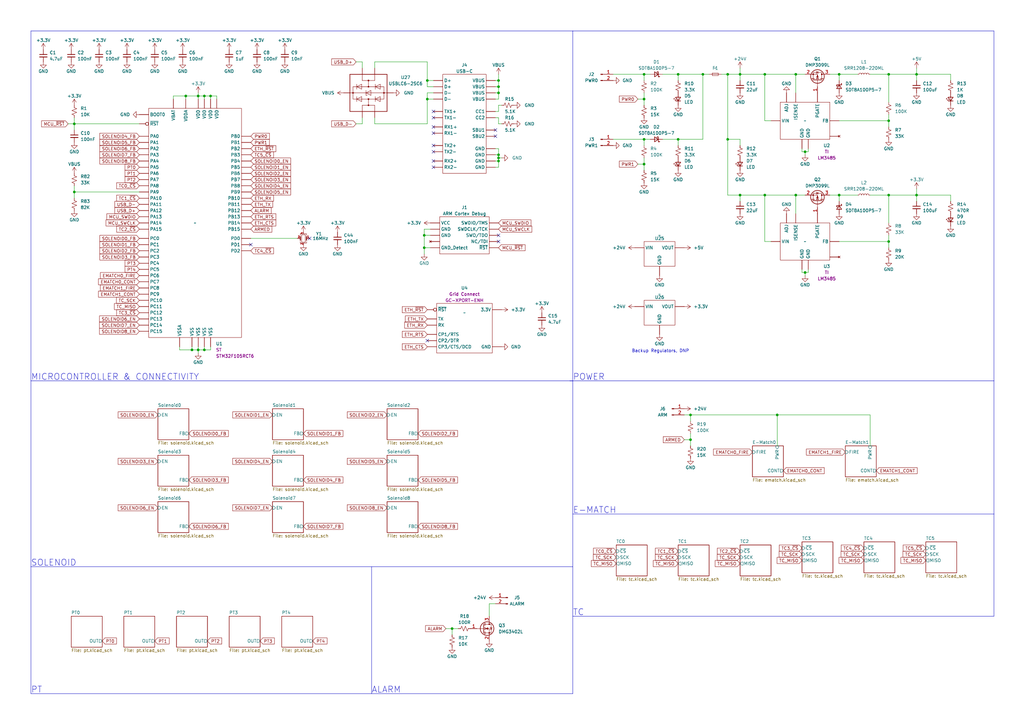
<source format=kicad_sch>
(kicad_sch (version 20230121) (generator eeschema)
  (paper "A3")
  (junction (at 86.36 39.37))
  (junction (at 344.17 30.48))
  (junction (at 204.47 33.02))
  (junction (at 364.49 99.06))
  (junction (at 326.39 30.48))
  (junction (at 364.49 80.01))
  (junction (at 81.28 39.37))
  (junction (at 364.49 30.48))
  (junction (at 175.26 33.02))
  (junction (at 283.21 180.34))
  (junction (at 298.45 30.48))
  (junction (at 278.13 30.48))
  (junction (at 204.47 64.77))
  (junction (at 375.92 30.48))
  (junction (at 81.28 143.51))
  (junction (at 344.17 80.01))
  (junction (at 264.16 40.64))
  (junction (at 204.47 38.1))
  (junction (at 30.48 50.8))
  (junction (at 264.16 57.15))
  (junction (at 283.21 170.18))
  (junction (at 76.2 39.37))
  (junction (at 264.16 67.31))
  (junction (at 303.53 30.48))
  (junction (at 298.45 57.15))
  (junction (at 83.82 39.37))
  (junction (at 288.29 30.48))
  (junction (at 173.99 101.6))
  (junction (at 30.48 78.74))
  (junction (at 264.16 30.48))
  (junction (at 175.26 40.64))
  (junction (at 303.53 80.01))
  (junction (at 204.47 35.56))
  (junction (at 204.47 66.04))
  (junction (at 364.49 49.53))
  (junction (at 185.42 257.81))
  (junction (at 83.82 143.51))
  (junction (at 313.69 80.01))
  (junction (at 173.99 96.52))
  (junction (at 330.2 111.76))
  (junction (at 326.39 80.01))
  (junction (at 313.69 30.48))
  (junction (at 204.47 63.5))
  (junction (at 78.74 143.51))
  (junction (at 318.77 170.18))
  (junction (at 375.92 80.01))
  (junction (at 330.2 62.23))
  (junction (at 278.13 57.15))
  (no_connect (at 177.8 45.72))
  (no_connect (at 177.8 48.26))
  (no_connect (at 175.26 139.7))
  (no_connect (at 204.47 96.52))
  (no_connect (at 177.8 54.61))
  (no_connect (at 177.8 59.69))
  (no_connect (at 177.8 62.23))
  (no_connect (at 203.2 55.88))
  (no_connect (at 127 97.79))
  (no_connect (at 177.8 52.07))
  (no_connect (at 177.8 68.58))
  (no_connect (at 102.87 100.33))
  (no_connect (at 177.8 66.04))
  (no_connect (at 203.2 53.34))
  (no_connect (at 204.47 99.06))
  (wire (pts (xy 30.48 50.8) (xy 57.15 50.8)))
  (wire (pts (xy 78.74 142.24) (xy 78.74 143.51)))
  (wire (pts (xy 375.92 33.02) (xy 375.92 30.48)))
  (wire (pts (xy 76.2 39.37) (xy 81.28 39.37)))
  (polyline (pts (xy 234.95 12.7) (xy 12.7 12.7)))
  (wire (pts (xy 264.16 57.15) (xy 264.16 59.69)))
  (wire (pts (xy 280.67 170.18) (xy 283.21 170.18)))
  (wire (pts (xy 331.47 60.96) (xy 331.47 62.23)))
  (wire (pts (xy 356.87 30.48) (xy 364.49 30.48)))
  (wire (pts (xy 175.26 40.64) (xy 177.8 40.64)))
  (wire (pts (xy 344.17 99.06) (xy 364.49 99.06)))
  (wire (pts (xy 330.2 111.76) (xy 331.47 111.76)))
  (wire (pts (xy 175.26 25.4) (xy 175.26 33.02)))
  (wire (pts (xy 303.53 27.94) (xy 303.53 30.48)))
  (wire (pts (xy 251.46 30.48) (xy 264.16 30.48)))
  (wire (pts (xy 148.59 25.4) (xy 148.59 27.94)))
  (wire (pts (xy 30.48 76.2) (xy 30.48 78.74)))
  (wire (pts (xy 364.49 46.99) (xy 364.49 49.53)))
  (wire (pts (xy 303.53 82.55) (xy 303.53 80.01)))
  (wire (pts (xy 153.67 25.4) (xy 175.26 25.4)))
  (polyline (pts (xy 407.67 156.21) (xy 234.95 156.21)))
  (wire (pts (xy 30.48 48.26) (xy 30.48 50.8)))
  (wire (pts (xy 83.82 143.51) (xy 81.28 143.51)))
  (polyline (pts (xy 234.95 12.7) (xy 407.67 12.7)))
  (wire (pts (xy 204.47 64.77) (xy 204.47 66.04)))
  (wire (pts (xy 344.17 80.01) (xy 344.17 82.55)))
  (wire (pts (xy 328.93 110.49) (xy 328.93 111.76)))
  (wire (pts (xy 264.16 64.77) (xy 264.16 67.31)))
  (polyline (pts (xy 234.95 156.21) (xy 234.95 12.7)))
  (wire (pts (xy 264.16 40.64) (xy 264.16 43.18)))
  (wire (pts (xy 86.36 143.51) (xy 83.82 143.51)))
  (wire (pts (xy 30.48 53.34) (xy 30.48 50.8)))
  (wire (pts (xy 330.2 62.23) (xy 330.2 63.5)))
  (wire (pts (xy 264.16 30.48) (xy 264.16 33.02)))
  (wire (pts (xy 204.47 43.18) (xy 204.47 45.72)))
  (wire (pts (xy 81.28 38.1) (xy 81.28 39.37)))
  (wire (pts (xy 182.88 257.81) (xy 185.42 257.81)))
  (wire (pts (xy 175.26 33.02) (xy 177.8 33.02)))
  (wire (pts (xy 264.16 57.15) (xy 266.7 57.15)))
  (wire (pts (xy 204.47 63.5) (xy 204.47 64.77)))
  (polyline (pts (xy 407.67 210.82) (xy 407.67 156.21)))
  (wire (pts (xy 173.99 93.98) (xy 173.99 96.52)))
  (wire (pts (xy 204.47 33.02) (xy 204.47 35.56)))
  (wire (pts (xy 298.45 30.48) (xy 303.53 30.48)))
  (wire (pts (xy 364.49 30.48) (xy 364.49 41.91)))
  (wire (pts (xy 146.05 25.4) (xy 148.59 25.4)))
  (wire (pts (xy 283.21 177.8) (xy 283.21 180.34)))
  (wire (pts (xy 375.92 77.47) (xy 375.92 80.01)))
  (wire (pts (xy 81.28 39.37) (xy 81.28 40.64)))
  (wire (pts (xy 185.42 257.81) (xy 185.42 260.35)))
  (wire (pts (xy 389.89 33.02) (xy 389.89 30.48)))
  (wire (pts (xy 175.26 38.1) (xy 175.26 40.64)))
  (wire (pts (xy 71.12 39.37) (xy 76.2 39.37)))
  (wire (pts (xy 204.47 35.56) (xy 204.47 38.1)))
  (wire (pts (xy 316.23 49.53) (xy 313.69 49.53)))
  (polyline (pts (xy 12.7 232.41) (xy 12.7 284.48)))
  (wire (pts (xy 204.47 48.26) (xy 203.2 48.26)))
  (polyline (pts (xy 234.95 232.41) (xy 234.95 252.73)))
  (wire (pts (xy 303.53 30.48) (xy 313.69 30.48)))
  (wire (pts (xy 175.26 35.56) (xy 177.8 35.56)))
  (wire (pts (xy 83.82 39.37) (xy 86.36 39.37)))
  (wire (pts (xy 175.26 50.8) (xy 153.67 50.8)))
  (wire (pts (xy 175.26 38.1) (xy 177.8 38.1)))
  (wire (pts (xy 318.77 170.18) (xy 318.77 182.88)))
  (wire (pts (xy 81.28 143.51) (xy 78.74 143.51)))
  (wire (pts (xy 303.53 33.02) (xy 303.53 30.48)))
  (wire (pts (xy 175.26 33.02) (xy 175.26 35.56)))
  (wire (pts (xy 30.48 78.74) (xy 30.48 81.28)))
  (wire (pts (xy 331.47 110.49) (xy 331.47 111.76)))
  (wire (pts (xy 251.46 57.15) (xy 264.16 57.15)))
  (wire (pts (xy 264.16 67.31) (xy 261.62 67.31)))
  (wire (pts (xy 340.36 30.48) (xy 344.17 30.48)))
  (wire (pts (xy 78.74 143.51) (xy 73.66 143.51)))
  (wire (pts (xy 204.47 60.96) (xy 204.47 63.5)))
  (wire (pts (xy 364.49 99.06) (xy 364.49 101.6)))
  (wire (pts (xy 389.89 82.55) (xy 389.89 80.01)))
  (wire (pts (xy 204.47 50.8) (xy 205.74 50.8)))
  (wire (pts (xy 344.17 80.01) (xy 351.79 80.01)))
  (wire (pts (xy 328.93 60.96) (xy 328.93 62.23)))
  (wire (pts (xy 298.45 57.15) (xy 298.45 30.48)))
  (wire (pts (xy 81.28 39.37) (xy 83.82 39.37)))
  (polyline (pts (xy 407.67 12.7) (xy 407.67 156.21)))
  (wire (pts (xy 86.36 39.37) (xy 86.36 40.64)))
  (wire (pts (xy 83.82 142.24) (xy 83.82 143.51)))
  (polyline (pts (xy 407.67 210.82) (xy 407.67 252.73)))
  (wire (pts (xy 86.36 39.37) (xy 88.9 39.37)))
  (wire (pts (xy 27.94 50.8) (xy 30.48 50.8)))
  (wire (pts (xy 81.28 142.24) (xy 81.28 143.51)))
  (wire (pts (xy 204.47 30.48) (xy 204.47 33.02)))
  (wire (pts (xy 204.47 63.5) (xy 203.2 63.5)))
  (wire (pts (xy 288.29 30.48) (xy 288.29 57.15)))
  (wire (pts (xy 153.67 27.94) (xy 153.67 25.4)))
  (wire (pts (xy 204.47 43.18) (xy 205.74 43.18)))
  (wire (pts (xy 176.53 96.52) (xy 173.99 96.52)))
  (wire (pts (xy 81.28 143.51) (xy 81.28 144.78)))
  (wire (pts (xy 375.92 27.94) (xy 375.92 30.48)))
  (wire (pts (xy 30.48 78.74) (xy 57.15 78.74)))
  (wire (pts (xy 88.9 39.37) (xy 88.9 40.64)))
  (wire (pts (xy 356.87 80.01) (xy 364.49 80.01)))
  (wire (pts (xy 303.53 80.01) (xy 313.69 80.01)))
  (wire (pts (xy 328.93 111.76) (xy 330.2 111.76)))
  (wire (pts (xy 204.47 60.96) (xy 203.2 60.96)))
  (wire (pts (xy 280.67 180.34) (xy 283.21 180.34)))
  (wire (pts (xy 298.45 80.01) (xy 298.45 57.15)))
  (wire (pts (xy 283.21 170.18) (xy 318.77 170.18)))
  (wire (pts (xy 288.29 30.48) (xy 290.83 30.48)))
  (wire (pts (xy 176.53 93.98) (xy 173.99 93.98)))
  (wire (pts (xy 204.47 64.77) (xy 205.74 64.77)))
  (wire (pts (xy 364.49 96.52) (xy 364.49 99.06)))
  (polyline (pts (xy 12.7 232.41) (xy 12.7 156.21)))
  (wire (pts (xy 175.26 40.64) (xy 175.26 50.8)))
  (polyline (pts (xy 234.95 232.41) (xy 12.7 232.41)))
  (wire (pts (xy 204.47 35.56) (xy 203.2 35.56)))
  (wire (pts (xy 313.69 49.53) (xy 313.69 30.48)))
  (wire (pts (xy 271.78 30.48) (xy 278.13 30.48)))
  (wire (pts (xy 364.49 30.48) (xy 375.92 30.48)))
  (polyline (pts (xy 152.4 284.48) (xy 152.4 232.41)))
  (wire (pts (xy 76.2 39.37) (xy 76.2 40.64)))
  (wire (pts (xy 295.91 30.48) (xy 298.45 30.48)))
  (polyline (pts (xy 234.95 156.21) (xy 234.95 210.82)))
  (wire (pts (xy 204.47 40.64) (xy 203.2 40.64)))
  (wire (pts (xy 364.49 80.01) (xy 375.92 80.01)))
  (wire (pts (xy 153.67 50.8) (xy 153.67 48.26)))
  (wire (pts (xy 71.12 40.64) (xy 71.12 39.37)))
  (wire (pts (xy 328.93 62.23) (xy 330.2 62.23)))
  (wire (pts (xy 344.17 30.48) (xy 351.79 30.48)))
  (wire (pts (xy 283.21 180.34) (xy 283.21 182.88)))
  (polyline (pts (xy 407.67 252.73) (xy 234.95 252.73)))
  (wire (pts (xy 271.78 57.15) (xy 278.13 57.15)))
  (wire (pts (xy 330.2 30.48) (xy 326.39 30.48)))
  (wire (pts (xy 264.16 30.48) (xy 266.7 30.48)))
  (polyline (pts (xy 12.7 284.48) (xy 152.4 284.48)))
  (wire (pts (xy 173.99 101.6) (xy 173.99 104.14)))
  (polyline (pts (xy 12.7 156.21) (xy 234.95 156.21)))
  (wire (pts (xy 102.87 97.79) (xy 121.92 97.79)))
  (wire (pts (xy 303.53 57.15) (xy 298.45 57.15)))
  (wire (pts (xy 264.16 67.31) (xy 264.16 69.85)))
  (wire (pts (xy 344.17 30.48) (xy 344.17 33.02)))
  (wire (pts (xy 326.39 80.01) (xy 326.39 87.63)))
  (wire (pts (xy 356.87 170.18) (xy 356.87 182.88)))
  (wire (pts (xy 303.53 59.69) (xy 303.53 57.15)))
  (wire (pts (xy 204.47 50.8) (xy 204.47 48.26)))
  (wire (pts (xy 73.66 142.24) (xy 73.66 143.51)))
  (wire (pts (xy 278.13 30.48) (xy 278.13 33.02)))
  (wire (pts (xy 187.96 257.81) (xy 185.42 257.81)))
  (wire (pts (xy 375.92 80.01) (xy 389.89 80.01)))
  (polyline (pts (xy 234.95 210.82) (xy 407.67 210.82)))
  (polyline (pts (xy 234.95 210.82) (xy 234.95 232.41)))
  (wire (pts (xy 313.69 30.48) (xy 326.39 30.48)))
  (wire (pts (xy 204.47 68.58) (xy 203.2 68.58)))
  (wire (pts (xy 148.59 50.8) (xy 146.05 50.8)))
  (wire (pts (xy 204.47 66.04) (xy 204.47 68.58)))
  (wire (pts (xy 86.36 142.24) (xy 86.36 143.51)))
  (wire (pts (xy 283.21 170.18) (xy 283.21 172.72)))
  (wire (pts (xy 83.82 39.37) (xy 83.82 40.64)))
  (polyline (pts (xy 234.95 284.48) (xy 234.95 252.73)))
  (wire (pts (xy 364.49 80.01) (xy 364.49 91.44)))
  (wire (pts (xy 203.2 247.65) (xy 200.66 247.65)))
  (wire (pts (xy 204.47 66.04) (xy 203.2 66.04)))
  (wire (pts (xy 313.69 99.06) (xy 313.69 80.01)))
  (wire (pts (xy 375.92 82.55) (xy 375.92 80.01)))
  (wire (pts (xy 326.39 30.48) (xy 326.39 38.1)))
  (wire (pts (xy 261.62 40.64) (xy 264.16 40.64)))
  (wire (pts (xy 313.69 80.01) (xy 326.39 80.01)))
  (wire (pts (xy 344.17 49.53) (xy 364.49 49.53)))
  (wire (pts (xy 204.47 33.02) (xy 203.2 33.02)))
  (wire (pts (xy 264.16 38.1) (xy 264.16 40.64)))
  (wire (pts (xy 200.66 247.65) (xy 200.66 252.73)))
  (wire (pts (xy 330.2 80.01) (xy 326.39 80.01)))
  (wire (pts (xy 204.47 38.1) (xy 203.2 38.1)))
  (wire (pts (xy 340.36 80.01) (xy 344.17 80.01)))
  (wire (pts (xy 303.53 80.01) (xy 298.45 80.01)))
  (wire (pts (xy 330.2 111.76) (xy 330.2 113.03)))
  (wire (pts (xy 278.13 57.15) (xy 278.13 59.69)))
  (wire (pts (xy 173.99 96.52) (xy 173.99 101.6)))
  (wire (pts (xy 204.47 38.1) (xy 204.47 40.64)))
  (wire (pts (xy 278.13 57.15) (xy 288.29 57.15)))
  (wire (pts (xy 278.13 30.48) (xy 288.29 30.48)))
  (wire (pts (xy 330.2 62.23) (xy 331.47 62.23)))
  (wire (pts (xy 316.23 99.06) (xy 313.69 99.06)))
  (polyline (pts (xy 12.7 12.7) (xy 12.7 156.21)))
  (polyline (pts (xy 152.4 284.48) (xy 234.95 284.48)))
  (wire (pts (xy 148.59 48.26) (xy 148.59 50.8)))
  (wire (pts (xy 318.77 170.18) (xy 356.87 170.18)))
  (wire (pts (xy 176.53 101.6) (xy 173.99 101.6)))
  (wire (pts (xy 389.89 30.48) (xy 375.92 30.48)))
  (polyline (pts (xy 233.68 156.21) (xy 234.95 156.21)))
  (wire (pts (xy 204.47 45.72) (xy 203.2 45.72)))
  (wire (pts (xy 364.49 49.53) (xy 364.49 52.07)))
  (text "SOLENOID" (at 12.7 232.41 0) (effects (font (size 2.54 2.54)) (justify left bottom)))
  (text "POWER" (at 234.95 156.21 0) (effects (font (size 2.54 2.54)) (justify left bottom)))
  (text "PT" (at 12.7 284.48 0) (effects (font (size 2.54 2.54)) (justify left bottom)))
  (text "TC" (at 234.95 252.73 0) (effects (font (size 2.54 2.54)) (justify left bottom)))
  (text "ALARM" (at 152.4 284.48 0) (effects (font (size 2.54 2.54)) (justify left bottom)))
  (text "MICROCONTROLLER & CONNECTIVITY" (at 12.7 156.21 0) (effects (font (size 2.54 2.54)) (justify left bottom)))
  (text "E-MATCH" (at 234.95 210.82 0) (effects (font (size 2.54 2.54)) (justify left bottom)))
  (text "Backup Regulators, DNP" (at 259.08 144.78 0) (effects (font (size 1.27 1.27)) (justify left bottom)))
  (global_label "TC_MISO" (shape input) (at 57.15 125.73 180) (property "Intersheetrefs" "${INTERSHEET_REFS}" (effects hide)))
  (global_label "SOLENOID3_EN" (shape input) (at 102.87 73.66 0) (property "Intersheetrefs" "${INTERSHEET_REFS}" (effects hide)))
  (global_label "SOLENOID5_FB" (shape input) (at 171.45 196.85 0) (property "Intersheetrefs" "${INTERSHEET_REFS}" (effects hide)))
  (global_label "ETH_TX" (shape input) (at 175.26 130.81 180) (property "Intersheetrefs" "${INTERSHEET_REFS}" (effects hide)))
  (global_label "ETH_RTS" (shape input) (at 175.26 137.16 180) (property "Intersheetrefs" "${INTERSHEET_REFS}" (effects hide)))
  (global_label "EMATCH0_CONT" (shape input) (at 321.31 193.04 0) (property "Intersheetrefs" "${INTERSHEET_REFS}" (effects hide)))
  (global_label "EMATCH1_CONT" (shape input) (at 359.41 193.04 0) (property "Intersheetrefs" "${INTERSHEET_REFS}" (effects hide)))
  (global_label "TC4_~{CS}" (shape input) (at 354.33 224.79 180) (property "Intersheetrefs" "${INTERSHEET_REFS}" (effects hide)))
  (global_label "ARMED" (shape input) (at 102.87 93.98 0) (property "Intersheetrefs" "${INTERSHEET_REFS}" (effects hide)))
  (global_label "SOLENOID4_FB" (shape input) (at 124.46 196.85 0) (property "Intersheetrefs" "${INTERSHEET_REFS}" (effects hide)))
  (global_label "SOLENOID2_EN" (shape input) (at 102.87 71.12 0) (property "Intersheetrefs" "${INTERSHEET_REFS}" (effects hide)))
  (global_label "PT1" (shape input) (at 57.15 71.12 180) (property "Intersheetrefs" "${INTERSHEET_REFS}" (effects hide)))
  (global_label "SOLENOID7_EN" (shape input) (at 111.76 208.28 180) (property "Intersheetrefs" "${INTERSHEET_REFS}" (effects hide)))
  (global_label "SOLENOID0_EN" (shape input) (at 102.87 66.04 0) (property "Intersheetrefs" "${INTERSHEET_REFS}" (effects hide)))
  (global_label "TC0_~{CS}" (shape input) (at 252.73 226.06 180) (property "Intersheetrefs" "${INTERSHEET_REFS}" (effects hide)))
  (global_label "TC2_~{CS}" (shape input) (at 57.15 93.98 180) (property "Intersheetrefs" "${INTERSHEET_REFS}" (effects hide)))
  (global_label "ETH_~{RST}" (shape input) (at 102.87 60.96 0) (property "Intersheetrefs" "${INTERSHEET_REFS}" (effects hide)))
  (global_label "SOLENOID3_EN" (shape input) (at 64.77 189.23 180) (property "Intersheetrefs" "${INTERSHEET_REFS}" (effects hide)))
  (global_label "USB_D-" (shape input) (at 57.15 83.82 180) (property "Intersheetrefs" "${INTERSHEET_REFS}" (effects hide)))
  (global_label "USB_D+" (shape input) (at 146.05 25.4 180) (property "Intersheetrefs" "${INTERSHEET_REFS}" (effects hide)))
  (global_label "SOLENOID3_FB" (shape input) (at 77.47 196.85 0) (property "Intersheetrefs" "${INTERSHEET_REFS}" (effects hide)))
  (global_label "USB_D+" (shape input) (at 57.15 86.36 180) (property "Intersheetrefs" "${INTERSHEET_REFS}" (effects hide)))
  (global_label "SOLENOID5_EN" (shape input) (at 158.75 189.23 180) (property "Intersheetrefs" "${INTERSHEET_REFS}" (effects hide)))
  (global_label "SOLENOID8_EN" (shape input) (at 57.15 135.89 180) (property "Intersheetrefs" "${INTERSHEET_REFS}" (effects hide)))
  (global_label "TC_SCK" (shape input) (at 328.93 227.33 180) (property "Intersheetrefs" "${INTERSHEET_REFS}" (effects hide)))
  (global_label "MCU_SWCLK" (shape input) (at 204.47 93.98 0) (property "Intersheetrefs" "${INTERSHEET_REFS}" (effects hide)))
  (global_label "TC_SCK" (shape input) (at 379.73 227.33 180) (property "Intersheetrefs" "${INTERSHEET_REFS}" (effects hide)))
  (global_label "ETH_TX" (shape input) (at 102.87 83.82 0) (property "Intersheetrefs" "${INTERSHEET_REFS}" (effects hide)))
  (global_label "TC_MISO" (shape input) (at 278.13 231.14 180) (property "Intersheetrefs" "${INTERSHEET_REFS}" (effects hide)))
  (global_label "SOLENOID4_EN" (shape input) (at 111.76 189.23 180) (property "Intersheetrefs" "${INTERSHEET_REFS}" (effects hide)))
  (global_label "MCU_~{RST}" (shape input) (at 27.94 50.8 180) (property "Intersheetrefs" "${INTERSHEET_REFS}" (effects hide)))
  (global_label "EMATCH0_CONT" (shape input) (at 57.15 115.57 180) (property "Intersheetrefs" "${INTERSHEET_REFS}" (effects hide)))
  (global_label "TC5_~{CS}" (shape input) (at 379.73 224.79 180) (property "Intersheetrefs" "${INTERSHEET_REFS}" (effects hide)))
  (global_label "SOLENOID4_EN" (shape input) (at 102.87 76.2 0) (property "Intersheetrefs" "${INTERSHEET_REFS}" (effects hide)))
  (global_label "ETH_RX" (shape input) (at 102.87 81.28 0) (property "Intersheetrefs" "${INTERSHEET_REFS}" (effects hide)))
  (global_label "PT0" (shape input) (at 57.15 68.58 180) (property "Intersheetrefs" "${INTERSHEET_REFS}" (effects hide)))
  (global_label "SOLENOID6_EN" (shape input) (at 64.77 208.28 180) (property "Intersheetrefs" "${INTERSHEET_REFS}" (effects hide)))
  (global_label "TC_SCK" (shape input) (at 354.33 227.33 180) (property "Intersheetrefs" "${INTERSHEET_REFS}" (effects hide)))
  (global_label "EMATCH0_FIRE" (shape input) (at 308.61 185.42 180) (property "Intersheetrefs" "${INTERSHEET_REFS}" (effects hide)))
  (global_label "TC3_~{CS}" (shape input) (at 328.93 224.79 180) (property "Intersheetrefs" "${INTERSHEET_REFS}" (effects hide)))
  (global_label "TC_MISO" (shape input) (at 303.53 231.14 180) (property "Intersheetrefs" "${INTERSHEET_REFS}" (effects hide)))
  (global_label "SOLENOID6_FB" (shape input) (at 57.15 60.96 180) (property "Intersheetrefs" "${INTERSHEET_REFS}" (effects hide)))
  (global_label "TC3_~{CS}" (shape input) (at 57.15 128.27 180) (property "Intersheetrefs" "${INTERSHEET_REFS}" (effects hide)))
  (global_label "MCU_SWDIO" (shape input) (at 57.15 88.9 180) (property "Intersheetrefs" "${INTERSHEET_REFS}" (effects hide)))
  (global_label "PWR1" (shape input) (at 102.87 58.42 0) (property "Intersheetrefs" "${INTERSHEET_REFS}" (effects hide)))
  (global_label "SOLENOID5_FB" (shape input) (at 57.15 58.42 180) (property "Intersheetrefs" "${INTERSHEET_REFS}" (effects hide)))
  (global_label "SOLENOID6_FB" (shape input) (at 77.47 215.9 0) (property "Intersheetrefs" "${INTERSHEET_REFS}" (effects hide)))
  (global_label "ALARM" (shape input) (at 182.88 257.81 180) (property "Intersheetrefs" "${INTERSHEET_REFS}" (effects hide)))
  (global_label "PWR0" (shape input) (at 261.62 40.64 180) (property "Intersheetrefs" "${INTERSHEET_REFS}" (effects hide)))
  (global_label "TC2_~{CS}" (shape input) (at 303.53 226.06 180) (property "Intersheetrefs" "${INTERSHEET_REFS}" (effects hide)))
  (global_label "SOLENOID4_FB" (shape input) (at 57.15 55.88 180) (property "Intersheetrefs" "${INTERSHEET_REFS}" (effects hide)))
  (global_label "PT4" (shape input) (at 57.15 110.49 180) (property "Intersheetrefs" "${INTERSHEET_REFS}" (effects hide)))
  (global_label "TC0_~{CS}" (shape input) (at 57.15 76.2 180) (property "Intersheetrefs" "${INTERSHEET_REFS}" (effects hide)))
  (global_label "PT3" (shape input) (at 106.68 262.89 0) (property "Intersheetrefs" "${INTERSHEET_REFS}" (effects hide)))
  (global_label "TC_SCK" (shape input) (at 303.53 228.6 180) (property "Intersheetrefs" "${INTERSHEET_REFS}" (effects hide)))
  (global_label "ARMED" (shape input) (at 280.67 180.34 180) (property "Intersheetrefs" "${INTERSHEET_REFS}" (effects hide)))
  (global_label "TC5_~{CS}" (shape input) (at 102.87 63.5 0) (property "Intersheetrefs" "${INTERSHEET_REFS}" (effects hide)))
  (global_label "ETH_~{RST}" (shape input) (at 175.26 127 180) (property "Intersheetrefs" "${INTERSHEET_REFS}" (effects hide)))
  (global_label "TC_MISO" (shape input) (at 252.73 231.14 180) (property "Intersheetrefs" "${INTERSHEET_REFS}" (effects hide)))
  (global_label "SOLENOID6_EN" (shape input) (at 57.15 130.81 180) (property "Intersheetrefs" "${INTERSHEET_REFS}" (effects hide)))
  (global_label "EMATCH1_CONT" (shape input) (at 57.15 120.65 180) (property "Intersheetrefs" "${INTERSHEET_REFS}" (effects hide)))
  (global_label "TC_SCK" (shape input) (at 278.13 228.6 180) (property "Intersheetrefs" "${INTERSHEET_REFS}" (effects hide)))
  (global_label "SOLENOID8_FB" (shape input) (at 171.45 215.9 0) (property "Intersheetrefs" "${INTERSHEET_REFS}" (effects hide)))
  (global_label "SOLENOID2_FB" (shape input) (at 57.15 102.87 180) (property "Intersheetrefs" "${INTERSHEET_REFS}" (effects hide)))
  (global_label "SOLENOID7_FB" (shape input) (at 124.46 215.9 0) (property "Intersheetrefs" "${INTERSHEET_REFS}" (effects hide)))
  (global_label "TC1_~{CS}" (shape input) (at 278.13 226.06 180) (property "Intersheetrefs" "${INTERSHEET_REFS}" (effects hide)))
  (global_label "SOLENOID1_FB" (shape input) (at 124.46 177.8 0) (property "Intersheetrefs" "${INTERSHEET_REFS}" (effects hide)))
  (global_label "PT1" (shape input) (at 63.5 262.89 0) (property "Intersheetrefs" "${INTERSHEET_REFS}" (effects hide)))
  (global_label "SOLENOID5_EN" (shape input) (at 102.87 78.74 0) (property "Intersheetrefs" "${INTERSHEET_REFS}" (effects hide)))
  (global_label "ETH_RTS" (shape input) (at 102.87 88.9 0) (property "Intersheetrefs" "${INTERSHEET_REFS}" (effects hide)))
  (global_label "TC_MISO" (shape input) (at 354.33 229.87 180) (property "Intersheetrefs" "${INTERSHEET_REFS}" (effects hide)))
  (global_label "SOLENOID1_EN" (shape input) (at 111.76 170.18 180) (property "Intersheetrefs" "${INTERSHEET_REFS}" (effects hide)))
  (global_label "ETH_CTS" (shape input) (at 175.26 142.24 180) (property "Intersheetrefs" "${INTERSHEET_REFS}" (effects hide)))
  (global_label "SOLENOID8_FB" (shape input) (at 57.15 66.04 180) (property "Intersheetrefs" "${INTERSHEET_REFS}" (effects hide)))
  (global_label "SOLENOID0_FB" (shape input) (at 77.47 177.8 0) (property "Intersheetrefs" "${INTERSHEET_REFS}" (effects hide)))
  (global_label "EMATCH1_FIRE" (shape input) (at 57.15 118.11 180) (property "Intersheetrefs" "${INTERSHEET_REFS}" (effects hide)))
  (global_label "TC_MISO" (shape input) (at 379.73 229.87 180) (property "Intersheetrefs" "${INTERSHEET_REFS}" (effects hide)))
  (global_label "PT0" (shape input) (at 41.91 262.89 0) (property "Intersheetrefs" "${INTERSHEET_REFS}" (effects hide)))
  (global_label "SOLENOID2_FB" (shape input) (at 171.45 177.8 0) (property "Intersheetrefs" "${INTERSHEET_REFS}" (effects hide)))
  (global_label "EMATCH1_FIRE" (shape input) (at 346.71 185.42 180) (property "Intersheetrefs" "${INTERSHEET_REFS}" (effects hide)))
  (global_label "TC_MISO" (shape input) (at 328.93 229.87 180) (property "Intersheetrefs" "${INTERSHEET_REFS}" (effects hide)))
  (global_label "SOLENOID1_EN" (shape input) (at 102.87 68.58 0) (property "Intersheetrefs" "${INTERSHEET_REFS}" (effects hide)))
  (global_label "TC_SCK" (shape input) (at 57.15 123.19 180) (property "Intersheetrefs" "${INTERSHEET_REFS}" (effects hide)))
  (global_label "SOLENOID1_FB" (shape input) (at 57.15 100.33 180) (property "Intersheetrefs" "${INTERSHEET_REFS}" (effects hide)))
  (global_label "EMATCH0_FIRE" (shape input) (at 57.15 113.03 180) (property "Intersheetrefs" "${INTERSHEET_REFS}" (effects hide)))
  (global_label "PT3" (shape input) (at 57.15 107.95 180) (property "Intersheetrefs" "${INTERSHEET_REFS}" (effects hide)))
  (global_label "TC1_~{CS}" (shape input) (at 57.15 81.28 180) (property "Intersheetrefs" "${INTERSHEET_REFS}" (effects hide)))
  (global_label "TC4_~{CS}" (shape input) (at 102.87 102.87 0) (property "Intersheetrefs" "${INTERSHEET_REFS}" (effects hide)))
  (global_label "TC_SCK" (shape input) (at 252.73 228.6 180) (property "Intersheetrefs" "${INTERSHEET_REFS}" (effects hide)))
  (global_label "PT2" (shape input) (at 57.15 73.66 180) (property "Intersheetrefs" "${INTERSHEET_REFS}" (effects hide)))
  (global_label "PT2" (shape input) (at 85.09 262.89 0) (property "Intersheetrefs" "${INTERSHEET_REFS}" (effects hide)))
  (global_label "ETH_CTS" (shape input) (at 102.87 91.44 0) (property "Intersheetrefs" "${INTERSHEET_REFS}" (effects hide)))
  (global_label "SOLENOID8_EN" (shape input) (at 158.75 208.28 180) (property "Intersheetrefs" "${INTERSHEET_REFS}" (effects hide)))
  (global_label "SOLENOID7_FB" (shape input) (at 57.15 63.5 180) (property "Intersheetrefs" "${INTERSHEET_REFS}" (effects hide)))
  (global_label "SOLENOID0_EN" (shape input) (at 64.77 170.18 180) (property "Intersheetrefs" "${INTERSHEET_REFS}" (effects hide)))
  (global_label "ALARM" (shape input) (at 102.87 86.36 0) (property "Intersheetrefs" "${INTERSHEET_REFS}" (effects hide)))
  (global_label "SOLENOID3_FB" (shape input) (at 57.15 105.41 180) (property "Intersheetrefs" "${INTERSHEET_REFS}" (effects hide)))
  (global_label "MCU_SWCLK" (shape input) (at 57.15 91.44 180) (property "Intersheetrefs" "${INTERSHEET_REFS}" (effects hide)))
  (global_label "USB_D-" (shape input) (at 146.05 50.8 180) (property "Intersheetrefs" "${INTERSHEET_REFS}" (effects hide)))
  (global_label "PT4" (shape input) (at 128.27 262.89 0) (property "Intersheetrefs" "${INTERSHEET_REFS}" (effects hide)))
  (global_label "PWR1" (shape input) (at 261.62 67.31 180) (property "Intersheetrefs" "${INTERSHEET_REFS}" (effects hide)))
  (global_label "SOLENOID0_FB" (shape input) (at 57.15 97.79 180) (property "Intersheetrefs" "${INTERSHEET_REFS}" (effects hide)))
  (global_label "PWR0" (shape input) (at 102.87 55.88 0) (property "Intersheetrefs" "${INTERSHEET_REFS}" (effects hide)))
  (global_label "SOLENOID7_EN" (shape input) (at 57.15 133.35 180) (property "Intersheetrefs" "${INTERSHEET_REFS}" (effects hide)))
  (global_label "MCU_~{RST}" (shape input) (at 204.47 101.6 0) (property "Intersheetrefs" "${INTERSHEET_REFS}" (effects hide)))
  (global_label "MCU_SWDIO" (shape input) (at 204.47 91.44 0) (property "Intersheetrefs" "${INTERSHEET_REFS}" (effects hide)))
  (global_label "SOLENOID2_EN" (shape input) (at 158.75 170.18 180) (property "Intersheetrefs" "${INTERSHEET_REFS}" (effects hide)))
  (global_label "ETH_RX" (shape input) (at 175.26 133.35 180) (property "Intersheetrefs" "${INTERSHEET_REFS}" (effects hide)))
  (symbol (lib_id "power:GND") (at 93.98 25.4 0) (unit 1)
    (property "Reference" "#PWR016" (effects hide))
    (property "Value" "GND" (at 93.98 29.21 0))
  )
  (symbol (lib_id "Device:R_Small_US") (at 364.49 104.14 180) (unit 1)
    (property "Reference" "R9" (at 367.03 102.87 0) (effects (justify right)))
    (property "Value" "20K" (at 367.03 105.41 0) (effects (justify right)))
    (property "Footprint" "Resistor_SMD:R_0402_1005Metric" (effects hide))
    (property "Manufacturer" "Generic" (effects hide))
    (property "Part #" "Generic 20K 1% 0402 Resistor" (effects hide))
  )
  (symbol (lib_id "power:+24V") (at 280.67 167.64 270) (unit 1)
    (property "Reference" "#PWR063" (effects hide))
    (property "Value" "+24V" (at 284.48 167.64 90) (effects (justify left)))
  )
  (symbol (lib_id "power:GND") (at 105.41 25.4 0) (unit 1)
    (property "Reference" "#PWR018" (effects hide))
    (property "Value" "GND" (at 105.41 29.21 0))
  )
  (symbol (lib_id "Device:R_Small_US") (at 283.21 175.26 180) (unit 1)
    (property "Reference" "R19" (at 285.75 173.99 0) (effects (justify right)))
    (property "Value" "100K" (at 285.75 176.53 0) (effects (justify right)))
    (property "Footprint" "Resistor_SMD:R_0402_1005Metric" (effects hide))
    (property "Manufacturer" "Generic" (effects hide))
    (property "Part #" "Generic 100K 1% 0402 Resistor" (effects hide))
  )
  (symbol (lib_id "Device:Q_NMOS_GSD") (at 198.12 257.81 0) (unit 1)
    (property "Reference" "Q3" (at 204.47 256.54 0) (effects (justify left)))
    (property "Value" "DMG3402L" (at 204.47 259.08 0) (effects (justify left)))
    (property "Footprint" "Package_TO_SOT_SMD:SOT-23-3" (effects hide))
    (property "Datasheet" "https://www.diodes.com/assets/Datasheets/DMG3402L.pdf" (effects hide))
    (property "Manufacturer" "Diodes" (effects hide))
    (property "Part #" "DMG3402L" (effects hide))
  )
  (symbol (lib_id "power:GND") (at 375.92 38.1 0) (unit 1)
    (property "Reference" "#PWR034" (effects hide))
    (property "Value" "GND" (at 375.92 41.91 0))
  )
  (symbol (lib_id "Device:Q_PMOS_GSD") (at 335.28 33.02 270) (mirror x) (unit 1)
    (property "Reference" "Q1" (at 335.28 24.13 90))
    (property "Value" "DMP3099L" (at 335.28 26.67 90))
    (property "Footprint" "Package_TO_SOT_SMD:SOT-23-3" (effects hide))
    (property "Datasheet" "https://www.diodes.com/assets/Datasheets/DMP3099L.pdf" (effects hide))
    (property "Manufacturer" "Diodes" (effects hide))
    (property "Part #" "DMP3099L" (effects hide))
  )
  (symbol (lib_id "power:GND") (at 30.48 58.42 0) (unit 1)
    (property "Reference" "#PWR023" (effects hide))
    (property "Value" "GND" (at 30.48 62.23 0))
  )
  (symbol (lib_id "power:GND") (at 264.16 48.26 0) (unit 1)
    (property "Reference" "#PWR026" (effects hide))
    (property "Value" "GND" (at 264.16 52.07 0))
  )
  (symbol (lib_id "Device:LED_Small") (at 278.13 40.64 90) (unit 1)
    (property "Reference" "D5" (at 280.67 39.3065 90) (effects (justify right)))
    (property "Value" "LED" (at 280.67 41.8465 90) (effects (justify right)))
    (property "Footprint" "LED_SMD:LED_0603_1608Metric" (effects hide))
    (property "Manufacturer" "Generic" (effects hide))
    (property "Part #" "Generic Red 0603 LED" (effects hide))
  )
  (symbol (lib_id "power:+3.3V") (at 29.21 20.32 0) (unit 1)
    (property "Reference" "#PWR05" (effects hide))
    (property "Value" "+3.3V" (at 29.21 16.51 0))
  )
  (symbol (lib_id "Device:C_Small") (at 116.84 22.86 0) (unit 1)
    (property "Reference" "C9" (at 119.38 21.59 0) (effects (justify left)))
    (property "Value" "10nF" (at 119.38 24.13 0) (effects (justify left)))
    (property "Footprint" "Capacitor_SMD:C_0402_1005Metric" (effects hide))
    (property "Manufacturer" "Generic" (effects hide))
    (property "Part #" "Generic 10nF 6.3V X7R 0402 MLCC" (effects hide))
  )
  (symbol (lib_id "power:+3.3V") (at 116.84 20.32 0) (unit 1)
    (property "Reference" "#PWR019" (effects hide))
    (property "Value" "+3.3V" (at 116.84 16.51 0))
  )
  (symbol (lib_id "UCIRP-KiCAD-Lib:GC-XPORT") (at 190.5 134.62 0) (unit 1)
    (property "Reference" "U4" (at 190.5 118.11 0))
    (property "Value" "~" (at 190.5 128.27 0))
    (property "Footprint" "UCIRP-KiCAD-Lib:GC-XPORT" (effects hide))
    (property "Datasheet" "https://gridconnect.box.com/shared/static/bu8k99agcgg8gspnja0ca8w7647gfghh.pdf" (effects hide))
    (property "Manufacturer" "Grid Connect" (at 190.5 120.65 0))
    (property "Part #" "GC-XPORT-ENH" (at 190.5 123.19 0))
  )
  (symbol (lib_id "Device:R_Small_US") (at 283.21 185.42 180) (unit 1)
    (property "Reference" "R20" (at 285.75 184.15 0) (effects (justify right)))
    (property "Value" "15K" (at 285.75 186.69 0) (effects (justify right)))
    (property "Footprint" "Resistor_SMD:R_0402_1005Metric" (effects hide))
    (property "Manufacturer" "Generic" (effects hide))
    (property "Part #" "Generic 15K 1% 0402 Resistor" (effects hide))
  )
  (symbol (lib_id "power:GND") (at 161.29 38.1 90) (unit 1)
    (property "Reference" "#PWR050" (effects hide))
    (property "Value" "GND" (at 167.64 38.1 90))
  )
  (symbol (lib_id "UCIRP-KiCAD-Lib:Generic_Regulator_InputGroundOutput") (at 270.51 128.27 0) (unit 1)
    (property "Reference" "U26" (at 270.51 121.92 0))
    (property "Value" "~" (at 270.51 120.65 0))
    (property "Footprint" "Package_TO_SOT_THT:TO-220-3_Vertical" (effects hide))
  )
  (symbol (lib_id "Device:C_Small") (at 17.78 22.86 0) (unit 1)
    (property "Reference" "C1" (at 20.32 21.59 0) (effects (justify left)))
    (property "Value" "4.7uF" (at 20.32 24.13 0) (effects (justify left)))
    (property "Footprint" "Capacitor_SMD:C_0603_1608Metric" (effects hide))
    (property "Manufacturer" "Generic" (effects hide))
    (property "Part #" "Generic 4.7uF 6.3V X7R 0603 MLCC" (effects hide))
  )
  (symbol (lib_id "power:+3.3V") (at 40.64 20.32 0) (unit 1)
    (property "Reference" "#PWR07" (effects hide))
    (property "Value" "+3.3V" (at 40.64 16.51 0))
  )
  (symbol (lib_id "Device:R_Small_US") (at 264.16 45.72 180) (unit 1)
    (property "Reference" "R3" (at 266.7 44.45 0) (effects (justify right)))
    (property "Value" "15K" (at 266.7 46.99 0) (effects (justify right)))
    (property "Footprint" "Resistor_SMD:R_0402_1005Metric" (effects hide))
    (property "Manufacturer" "Generic" (effects hide))
    (property "Part #" "Generic 15K 1% 0402 Resistor" (effects hide))
  )
  (symbol (lib_id "power:GND") (at 124.46 100.33 0) (unit 1)
    (property "Reference" "#PWR0232" (effects hide))
    (property "Value" "GND" (at 124.46 104.14 0))
  )
  (symbol (lib_id "Device:D_Schottky_Small") (at 269.24 30.48 180) (unit 1)
    (property "Reference" "D1" (at 269.24 25.4 0))
    (property "Value" "SDT8A100P5-7" (at 269.24 27.94 0))
    (property "Footprint" "Diode_SMD:D_PowerDI-5" (effects hide))
    (property "Datasheet" "https://www.diodes.com/assets/Datasheets/SDT8A100P5.pdf" (effects hide))
    (property "Manufacturer" "Diodes" (effects hide))
    (property "Part #" "SDT8A100P5-7" (effects hide))
  )
  (symbol (lib_id "Device:R_Small_US") (at 30.48 73.66 180) (unit 1)
    (property "Reference" "R82" (at 33.02 72.39 0) (effects (justify right)))
    (property "Value" "33K" (at 33.02 74.93 0) (effects (justify right)))
    (property "Footprint" "Resistor_SMD:R_0402_1005Metric" (effects hide))
    (property "Manufacturer" "Generic" (effects hide))
    (property "Part #" "Generic 33K 1% 0402 Resistor" (effects hide))
  )
  (symbol (lib_id "power:GND") (at 173.99 104.14 0) (unit 1)
    (property "Reference" "#PWR022" (effects hide))
    (property "Value" "GND" (at 173.99 107.95 0))
  )
  (symbol (lib_id "Device:C_Small") (at 63.5 22.86 0) (unit 1)
    (property "Reference" "C5" (at 66.04 21.59 0) (effects (justify left)))
    (property "Value" "100nF" (at 66.04 24.13 0) (effects (justify left)))
    (property "Footprint" "Capacitor_SMD:C_0402_1005Metric" (effects hide))
    (property "Manufacturer" "Generic" (effects hide))
    (property "Part #" "Generic 100nF 6.3V X7R 0402 MLCC" (effects hide))
  )
  (symbol (lib_id "Device:D_Schottky_Small") (at 269.24 57.15 180) (unit 1)
    (property "Reference" "D2" (at 269.24 52.07 0))
    (property "Value" "SDT8A100P5-7" (at 269.24 54.61 0))
    (property "Footprint" "Diode_SMD:D_PowerDI-5" (effects hide))
    (property "Datasheet" "https://www.diodes.com/assets/Datasheets/SDT8A100P5.pdf" (effects hide))
    (property "Manufacturer" "Diodes" (effects hide))
    (property "Part #" "SDT8A100P5-7" (effects hide))
  )
  (symbol (lib_id "power:+3.3V") (at 17.78 20.32 0) (unit 1)
    (property "Reference" "#PWR03" (effects hide))
    (property "Value" "+3.3V" (at 17.78 16.51 0))
  )
  (symbol (lib_id "Device:L_Small") (at 354.33 80.01 90) (unit 1)
    (property "Reference" "L2" (at 354.33 74.93 90))
    (property "Value" "SRR1208-220ML" (at 354.33 77.47 90))
    (property "Footprint" "Inductor_SMD:L_Bourns_SRR1208_12.7x12.7mm" (effects hide))
    (property "Datasheet" "https://www.bourns.com/docs/Product-Datasheets/SRR1208.pdf" (effects hide))
    (property "Manufacturer" "Bourns" (effects hide))
    (property "Part #" "SRR1208-220ML" (effects hide))
  )
  (symbol (lib_id "power:+3.3V") (at 176.53 91.44 90) (unit 1)
    (property "Reference" "#PWR021" (effects hide))
    (property "Value" "+3.3V" (at 172.72 91.44 90) (effects (justify left)))
  )
  (symbol (lib_id "Device:R_Small_US") (at 303.53 62.23 180) (unit 1)
    (property "Reference" "R12" (at 306.07 60.96 0) (effects (justify right)))
    (property "Value" "3.3K" (at 306.07 63.5 0) (effects (justify right)))
    (property "Footprint" "Resistor_SMD:R_0402_1005Metric" (effects hide))
    (property "Manufacturer" "Generic" (effects hide))
    (property "Part #" "Generic 3.3K 1% 0402 Resistor" (effects hide))
  )
  (symbol (lib_id "Device:C_Small") (at 222.25 130.81 0) (unit 1)
    (property "Reference" "C15" (at 224.79 129.54 0) (effects (justify left)))
    (property "Value" "4.7uF" (at 224.79 132.08 0) (effects (justify left)))
    (property "Footprint" "Capacitor_SMD:C_0603_1608Metric" (effects hide))
    (property "Manufacturer" "Generic" (effects hide))
    (property "Part #" "Generic 4.7uF 6.3V X7R 0603 MLCC" (effects hide))
  )
  (symbol (lib_id "power:GND") (at 29.21 25.4 0) (unit 1)
    (property "Reference" "#PWR06" (effects hide))
    (property "Value" "GND" (at 29.21 29.21 0))
  )
  (symbol (lib_id "power:GND") (at 205.74 64.77 90) (unit 1)
    (property "Reference" "#PWR053" (effects hide))
    (property "Value" "GND" (at 212.09 64.77 90))
  )
  (symbol (lib_id "power:GND") (at 30.48 86.36 0) (unit 1)
    (property "Reference" "#PWR049" (effects hide))
    (property "Value" "GND" (at 30.48 90.17 0))
  )
  (symbol (lib_id "Device:D_Schottky_Small") (at 344.17 85.09 270) (unit 1)
    (property "Reference" "D4" (at 346.71 83.82 90) (effects (justify left)))
    (property "Value" "SDT8A100P5-7" (at 346.71 86.36 90) (effects (justify left)))
    (property "Footprint" "Diode_SMD:D_PowerDI-5" (effects hide))
    (property "Datasheet" "https://www.diodes.com/assets/Datasheets/SDT8A100P5.pdf" (effects hide))
    (property "Manufacturer" "Diodes" (effects hide))
    (property "Part #" "SDT8A100P5-7" (effects hide))
  )
  (symbol (lib_id "Device:R_Small_US") (at 389.89 35.56 180) (unit 1)
    (property "Reference" "R13" (at 392.43 34.29 0) (effects (justify right)))
    (property "Value" "1K" (at 392.43 36.83 0) (effects (justify right)))
    (property "Footprint" "Resistor_SMD:R_0402_1005Metric" (effects hide))
    (property "Manufacturer" "Generic" (effects hide))
    (property "Part #" "Generic 1K 1% 0402 Resistor" (effects hide))
  )
  (symbol (lib_id "power:+5V") (at 375.92 27.94 0) (unit 1)
    (property "Reference" "#PWR042" (effects hide))
    (property "Value" "+5V" (at 375.92 24.13 0))
  )
  (symbol (lib_id "Device:R_Small_US") (at 185.42 262.89 180) (unit 1)
    (property "Reference" "R17" (at 187.96 261.62 0) (effects (justify right)))
    (property "Value" "10K" (at 187.96 264.16 0) (effects (justify right)))
    (property "Footprint" "Resistor_SMD:R_0402_1005Metric" (effects hide))
    (property "Manufacturer" "Generic" (effects hide))
    (property "Part #" "Generic 10K 1% 0402 Resistor" (effects hide))
  )
  (symbol (lib_id "Connector:Conn_01x02_Pin") (at 246.38 57.15 0) (unit 1)
    (property "Reference" "J3" (at 242.57 57.15 0))
    (property "Value" "PWR1" (at 242.57 59.69 0))
    (property "Footprint" "Connector_BarrelJack:BarrelJack_Horizontal" (effects hide))
  )
  (symbol (lib_id "power:GND") (at 63.5 25.4 0) (unit 1)
    (property "Reference" "#PWR012" (effects hide))
    (property "Value" "GND" (at 63.5 29.21 0))
  )
  (symbol (lib_id "power:+24V") (at 203.2 245.11 90) (mirror x) (unit 1)
    (property "Reference" "#PWR058" (effects hide))
    (property "Value" "+24V" (at 199.39 245.11 90) (effects (justify left)))
  )
  (symbol (lib_id "power:GND") (at 17.78 25.4 0) (unit 1)
    (property "Reference" "#PWR04" (effects hide))
    (property "Value" "GND" (at 17.78 29.21 0))
  )
  (symbol (lib_id "power:GND") (at 185.42 265.43 0) (unit 1)
    (property "Reference" "#PWR056" (effects hide))
    (property "Value" "GND" (at 185.42 269.24 0))
  )
  (symbol (lib_id "power:GND") (at 330.2 113.03 0) (unit 1)
    (property "Reference" "#PWR037" (effects hide))
    (property "Value" "GND" (at 330.2 116.84 0))
  )
  (symbol (lib_id "Device:R_Small_US") (at 264.16 62.23 180) (unit 1)
    (property "Reference" "R4" (at 266.7 60.96 0) (effects (justify right)))
    (property "Value" "100K" (at 266.7 63.5 0) (effects (justify right)))
    (property "Footprint" "Resistor_SMD:R_0402_1005Metric" (effects hide))
    (property "Manufacturer" "Generic" (effects hide))
    (property "Part #" "Generic 100K 1% 0402 Resistor" (effects hide))
  )
  (symbol (lib_id "Device:C_Small") (at 303.53 85.09 0) (unit 1)
    (property "Reference" "C13" (at 306.07 83.82 0) (effects (justify left)))
    (property "Value" "22uF" (at 306.07 86.36 0) (effects (justify left)))
    (property "Footprint" "Capacitor_SMD:C_1206_3216Metric" (effects hide))
    (property "Manufacturer" "Generic" (effects hide))
    (property "Part #" "Generic 22uF 35V X5R 1206 MLCC" (effects hide))
  )
  (symbol (lib_id "power:+3.3V") (at 205.74 127 270) (unit 1)
    (property "Reference" "#PWR059" (effects hide))
    (property "Value" "+3.3V" (at 209.55 127 90) (effects (justify left)))
  )
  (symbol (lib_id "power:+3.3V") (at 138.43 95.25 0) (unit 1)
    (property "Reference" "#PWR0233" (effects hide))
    (property "Value" "+3.3V" (at 138.43 91.44 0))
  )
  (symbol (lib_id "Device:C_Small") (at 93.98 22.86 0) (unit 1)
    (property "Reference" "C7" (at 96.52 21.59 0) (effects (justify left)))
    (property "Value" "1uF" (at 96.52 24.13 0) (effects (justify left)))
    (property "Footprint" "Capacitor_SMD:C_0402_1005Metric" (effects hide))
    (property "Manufacturer" "Generic" (effects hide))
    (property "Part #" "Generic 1uF 6.3V X7R 0402 MLCC" (effects hide))
  )
  (symbol (lib_id "UCIRP-KiCAD-Lib:LM3485") (at 330.2 99.06 0) (unit 1)
    (property "Reference" "U3" (at 339.09 109.22 0))
    (property "Value" "~" (at 330.2 99.06 0))
    (property "Footprint" "Package_SO:VSSOP-8_3.0x3.0mm_P0.65mm" (effects hide))
    (property "Datasheet" "https://www.ti.com/lit/ds/symlink/lm3485.pdf" (effects hide))
    (property "Manufacturer" "TI" (at 339.09 111.76 0))
    (property "Part #" "LM3485" (at 339.09 114.3 0))
  )
  (symbol (lib_id "power:+5V") (at 280.67 101.6 270) (unit 1)
    (property "Reference" "#PWR0239" (effects hide))
    (property "Value" "+5V" (at 284.48 101.6 90) (effects (justify left)))
  )
  (symbol (lib_id "Device:R_Small_US") (at 389.89 85.09 180) (unit 1)
    (property "Reference" "R14" (at 392.43 83.82 0) (effects (justify right)))
    (property "Value" "470R" (at 392.43 86.36 0) (effects (justify right)))
    (property "Footprint" "Resistor_SMD:R_0402_1005Metric" (effects hide))
    (property "Manufacturer" "Generic" (effects hide))
    (property "Part #" "Generic 470R 1% 0402 Resistor" (effects hide))
  )
  (symbol (lib_id "Device:Fuse_Small") (at 293.37 30.48 0) (unit 1)
    (property "Reference" "F1" (at 293.37 27.94 0))
    (property "Value" "~" (at 293.37 27.94 0))
    (property "Footprint" "Fuse:Fuseholder_Blade_Mini_Keystone_3568" (effects hide))
    (property "Datasheet" "https://www.keyelco.com/userAssets/file/M65p42.pdf" (effects hide))
    (property "Manufacturer" "Keystone" (effects hide))
    (property "Part #" "3568" (effects hide))
  )
  (symbol (lib_id "Device:R_Small_US") (at 30.48 45.72 180) (unit 1)
    (property "Reference" "R1" (at 33.02 44.45 0) (effects (justify right)))
    (property "Value" "10K" (at 33.02 46.99 0) (effects (justify right)))
    (property "Footprint" "Resistor_SMD:R_0402_1005Metric" (effects hide))
    (property "Manufacturer" "Generic" (effects hide))
    (property "Part #" "Generic 10K 1% 0402 Resistor" (effects hide))
  )
  (symbol (lib_id "UCIRP-KiCAD-Lib:STM32F105RCT6") (at 80.01 91.44 0) (unit 1)
    (property "Reference" "U1" (at 88.5541 140.97 0) (effects (justify left)))
    (property "Value" "~" (at 80.01 91.44 0))
    (property "Footprint" "Package_QFP:LQFP-64_10x10mm_P0.5mm" (effects hide))
    (property "Datasheet" "https://www.st.com/resource/en/datasheet/stm32f105rc.pdf" (effects hide))
    (property "Manufacturer" "ST" (at 88.5541 143.51 0) (effects (justify left)))
    (property "Part #" "STM32F105RCT6" (at 88.5541 146.05 0) (effects (justify left)))
  )
  (symbol (lib_id "power:+3.3V") (at 105.41 20.32 0) (unit 1)
    (property "Reference" "#PWR017" (effects hide))
    (property "Value" "+3.3V" (at 105.41 16.51 0))
  )
  (symbol (lib_id "Power_Protection:USBLC6-2SC6") (at 151.13 38.1 90) (unit 1)
    (property "Reference" "U27" (at 166.37 31.75 90))
    (property "Value" "USBLC6-2SC6" (at 166.37 34.29 90))
    (property "Footprint" "Package_TO_SOT_SMD:SOT-23-6" (effects hide))
    (property "Datasheet" "https://www.st.com/resource/en/datasheet/usblc6-2.pdf" (effects hide))
  )
  (symbol (lib_id "power:GND") (at 344.17 38.1 0) (unit 1)
    (property "Reference" "#PWR030" (effects hide))
    (property "Value" "GND" (at 344.17 41.91 0))
  )
  (symbol (lib_id "Device:LED_Small") (at 303.53 67.31 90) (unit 1)
    (property "Reference" "D7" (at 306.07 65.9765 90) (effects (justify right)))
    (property "Value" "LED" (at 306.07 68.5165 90) (effects (justify right)))
    (property "Footprint" "LED_SMD:LED_0603_1608Metric" (effects hide))
    (property "Manufacturer" "Generic" (effects hide))
    (property "Part #" "Generic Red 0603 LED" (effects hide))
  )
  (symbol (lib_id "power:GND") (at 389.89 43.18 0) (unit 1)
    (property "Reference" "#PWR047" (effects hide))
    (property "Value" "GND" (at 389.89 46.99 0))
  )
  (symbol (lib_id "power:+3.3V") (at 280.67 125.73 270) (unit 1)
    (property "Reference" "#PWR0240" (effects hide))
    (property "Value" "+3.3V" (at 284.48 125.73 90) (effects (justify left)))
  )
  (symbol (lib_id "power:GND") (at 375.92 87.63 0) (unit 1)
    (property "Reference" "#PWR040" (effects hide))
    (property "Value" "GND" (at 375.92 91.44 0))
  )
  (symbol (lib_id "Device:L_Small") (at 354.33 30.48 90) (unit 1)
    (property "Reference" "L1" (at 354.33 25.4 90))
    (property "Value" "SRR1208-220ML" (at 354.33 27.94 90))
    (property "Footprint" "Inductor_SMD:L_Bourns_SRR1208_12.7x12.7mm" (effects hide))
    (property "Datasheet" "https://www.bourns.com/docs/Product-Datasheets/SRR1208.pdf" (effects hide))
    (property "Manufacturer" "Bourns" (effects hide))
    (property "Part #" "SRR1208-220ML" (effects hide))
  )
  (symbol (lib_id "power:GND") (at 52.07 25.4 0) (unit 1)
    (property "Reference" "#PWR010" (effects hide))
    (property "Value" "GND" (at 52.07 29.21 0))
  )
  (symbol (lib_id "power:+3.3V") (at 30.48 43.18 0) (unit 1)
    (property "Reference" "#PWR024" (effects hide))
    (property "Value" "+3.3V" (at 30.48 39.37 0))
  )
  (symbol (lib_id "UCIRP-KiCAD-Lib:USB-C") (at 190.5 50.8 0) (unit 1)
    (property "Reference" "J4" (at 190.5 26.67 0))
    (property "Value" "USB-C" (at 190.5 29.21 0))
    (property "Footprint" "Connector_USB:USB_C_Receptacle_GCT_USB4105-xx-A_16P_TopMnt_Horizontal" (effects hide))
    (property "Datasheet" "https://gct.co/files/drawings/usb4105.pdf" (effects hide))
    (property "Manufacturer" "GCT" (effects hide))
    (property "Part #" "USB4105-GF-A" (effects hide))
  )
  (symbol (lib_id "Device:C_Small") (at 138.43 97.79 0) (unit 1)
    (property "Reference" "C44" (at 140.97 96.52 0) (effects (justify left)))
    (property "Value" "100nF" (at 140.97 99.06 0) (effects (justify left)))
    (property "Footprint" "Capacitor_SMD:C_0402_1005Metric" (effects hide))
    (property "Manufacturer" "Generic" (effects hide))
    (property "Part #" "Generic 100nF 6.3V X7R 0402 MLCC" (effects hide))
  )
  (symbol (lib_id "power:+3.3V") (at 93.98 20.32 0) (unit 1)
    (property "Reference" "#PWR015" (effects hide))
    (property "Value" "+3.3V" (at 93.98 16.51 0))
  )
  (symbol (lib_id "power:GND") (at 200.66 262.89 0) (unit 1)
    (property "Reference" "#PWR057" (effects hide))
    (property "Value" "GND" (at 200.66 266.7 0))
  )
  (symbol (lib_id "power:GND") (at 303.53 87.63 0) (unit 1)
    (property "Reference" "#PWR035" (effects hide))
    (property "Value" "GND" (at 303.53 91.44 0))
  )
  (symbol (lib_id "Connector:Conn_01x02_Pin") (at 208.28 245.11 0) (mirror y) (unit 1)
    (property "Reference" "J5" (at 212.09 245.11 0))
    (property "Value" "ALARM" (at 212.09 247.65 0))
    (property "Footprint" "TerminalBlock:TerminalBlock_bornier-2_P5.08mm" (effects hide))
  )
  (symbol (lib_id "power:GND") (at 322.58 38.1 180) (unit 1)
    (property "Reference" "#PWR032" (effects hide))
    (property "Value" "GND" (at 322.58 34.29 0))
  )
  (symbol (lib_id "power:VBUS") (at 204.47 30.48 0) (unit 1)
    (property "Reference" "#PWR051" (effects hide))
    (property "Value" "VBUS" (at 204.47 26.67 0))
  )
  (symbol (lib_id "Device:C_Small") (at 52.07 22.86 0) (unit 1)
    (property "Reference" "C4" (at 54.61 21.59 0) (effects (justify left)))
    (property "Value" "100nF" (at 54.61 24.13 0) (effects (justify left)))
    (property "Footprint" "Capacitor_SMD:C_0402_1005Metric" (effects hide))
    (property "Manufacturer" "Generic" (effects hide))
    (property "Part #" "Generic 100nF 6.3V X7R 0402 MLCC" (effects hide))
  )
  (symbol (lib_id "power:VBUS") (at 140.97 38.1 90) (unit 1)
    (property "Reference" "#PWR0242" (effects hide))
    (property "Value" "VBUS" (at 137.16 38.1 90) (effects (justify left)))
  )
  (symbol (lib_id "power:GND") (at 205.74 142.24 90) (unit 1)
    (property "Reference" "#PWR060" (effects hide))
    (property "Value" "GND" (at 209.55 142.24 90) (effects (justify right)))
  )
  (symbol (lib_id "power:+3.3V") (at 81.28 38.1 0) (unit 1)
    (property "Reference" "#PWR01" (effects hide))
    (property "Value" "+3.3V" (at 81.28 34.29 0))
  )
  (symbol (lib_id "power:GND") (at 278.13 43.18 0) (unit 1)
    (property "Reference" "#PWR044" (effects hide))
    (property "Value" "GND" (at 278.13 46.99 0))
  )
  (symbol (lib_id "Device:LED_Small") (at 278.13 67.31 90) (unit 1)
    (property "Reference" "D6" (at 280.67 65.9765 90) (effects (justify right)))
    (property "Value" "LED" (at 280.67 68.5165 90) (effects (justify right)))
    (property "Footprint" "LED_SMD:LED_0603_1608Metric" (effects hide))
    (property "Manufacturer" "Generic" (effects hide))
    (property "Part #" "Generic Red 0603 LED" (effects hide))
  )
  (symbol (lib_id "power:GND") (at 210.82 50.8 90) (unit 1)
    (property "Reference" "#PWR055" (effects hide))
    (property "Value" "GND" (at 217.17 50.8 90))
  )
  (symbol (lib_id "Device:C_Small") (at 40.64 22.86 0) (unit 1)
    (property "Reference" "C3" (at 43.18 21.59 0) (effects (justify left)))
    (property "Value" "100nF" (at 43.18 24.13 0) (effects (justify left)))
    (property "Footprint" "Capacitor_SMD:C_0402_1005Metric" (effects hide))
    (property "Manufacturer" "Generic" (effects hide))
    (property "Part #" "Generic 100nF 6.3V X7R 0402 MLCC" (effects hide))
  )
  (symbol (lib_id "power:GND") (at 138.43 100.33 0) (unit 1)
    (property "Reference" "#PWR0234" (effects hide))
    (property "Value" "GND" (at 138.43 104.14 0))
  )
  (symbol (lib_id "Device:R_Small_US") (at 364.49 44.45 180) (unit 1)
    (property "Reference" "R6" (at 367.03 43.18 0) (effects (justify right)))
    (property "Value" "100K" (at 367.03 45.72 0) (effects (justify right)))
    (property "Footprint" "Resistor_SMD:R_0402_1005Metric" (effects hide))
    (property "Manufacturer" "Generic" (effects hide))
    (property "Part #" "Generic 100K 1% 0402 Resistor" (effects hide))
  )
  (symbol (lib_id "UCIRP-KiCAD-Lib:ARM_Cortex_Debug") (at 190.5 96.52 0) (unit 1)
    (property "Reference" "J1" (at 190.5 85.09 0))
    (property "Value" "ARM Cortex Debug" (at 190.5 87.63 0))
    (property "Footprint" "Connector_PinHeader_1.27mm:PinHeader_2x05_P1.27mm_Vertical_SMD" (effects hide))
    (property "Manufacturer" "Generic" (effects hide))
    (property "Part #" "Generic 2x5 1.27mm SMD Pin Header" (effects hide))
  )
  (symbol (lib_id "power:+24V") (at 260.35 101.6 90) (unit 1)
    (property "Reference" "#PWR0236" (effects hide))
    (property "Value" "+24V" (at 256.54 101.6 90) (effects (justify left)))
  )
  (symbol (lib_id "power:GND") (at 57.15 46.99 270) (unit 1)
    (property "Reference" "#PWR0241" (effects hide))
    (property "Value" "GND" (at 53.34 46.99 90) (effects (justify right)))
  )
  (symbol (lib_id "power:GND") (at 344.17 87.63 0) (unit 1)
    (property "Reference" "#PWR038" (effects hide))
    (property "Value" "GND" (at 344.17 91.44 0))
  )
  (symbol (lib_id "UCIRP-KiCAD-Lib:LM3485") (at 330.2 49.53 0) (unit 1)
    (property "Reference" "U2" (at 339.09 59.69 0))
    (property "Value" "~" (at 330.2 49.53 0))
    (property "Footprint" "Package_SO:VSSOP-8_3.0x3.0mm_P0.65mm" (effects hide))
    (property "Datasheet" "https://www.ti.com/lit/ds/symlink/lm3485.pdf" (effects hide))
    (property "Manufacturer" "TI" (at 339.09 62.23 0))
    (property "Part #" "LM3485" (at 339.09 64.77 0))
  )
  (symbol (lib_id "power:+24V") (at 260.35 125.73 90) (unit 1)
    (property "Reference" "#PWR0237" (effects hide))
    (property "Value" "+24V" (at 256.54 125.73 90) (effects (justify left)))
  )
  (symbol (lib_id "Connector:Conn_01x02_Pin") (at 246.38 30.48 0) (unit 1)
    (property "Reference" "J2" (at 242.57 30.48 0))
    (property "Value" "PWR0" (at 242.57 33.02 0))
    (property "Footprint" "Connector_BarrelJack:BarrelJack_Horizontal" (effects hide))
  )
  (symbol (lib_id "power:+3.3V") (at 222.25 128.27 0) (unit 1)
    (property "Reference" "#PWR061" (effects hide))
    (property "Value" "+3.3V" (at 222.25 124.46 0))
  )
  (symbol (lib_id "power:GND") (at 81.28 144.78 0) (unit 1)
    (property "Reference" "#PWR02" (effects hide))
    (property "Value" "GND" (at 81.28 148.59 0))
  )
  (symbol (lib_id "power:GND") (at 264.16 74.93 0) (unit 1)
    (property "Reference" "#PWR028" (effects hide))
    (property "Value" "GND" (at 264.16 78.74 0))
  )
  (symbol (lib_id "power:GND") (at 364.49 106.68 0) (unit 1)
    (property "Reference" "#PWR039" (effects hide))
    (property "Value" "GND" (at 364.49 110.49 0))
  )
  (symbol (lib_id "power:GND") (at 283.21 187.96 0) (unit 1)
    (property "Reference" "#PWR064" (effects hide))
    (property "Value" "GND" (at 283.21 191.77 0))
  )
  (symbol (lib_id "power:GND") (at 210.82 43.18 90) (unit 1)
    (property "Reference" "#PWR054" (effects hide))
    (property "Value" "GND" (at 217.17 43.18 90))
  )
  (symbol (lib_id "UCIRP-KiCAD-Lib:R_Small_US") (at 208.28 43.18 270) (unit 1)
    (property "Reference" "R15" (at 207.01 40.64 90) (effects (justify left)))
    (property "Value" "5.1K" (at 207.01 45.72 90) (effects (justify left)))
    (property "Footprint" "Resistor_SMD:R_0402_1005Metric" (effects hide))
    (property "Manufacturer" "Generic" (effects hide))
    (property "Part #" "Generic 5.1K 1% 0402 Resistor" (effects hide))
  )
  (symbol (lib_id "power:GND") (at 270.51 137.16 0) (unit 1)
    (property "Reference" "#PWR0238" (effects hide))
    (property "Value" "GND" (at 270.51 140.97 0))
  )
  (symbol (lib_id "Device:R_Small_US") (at 30.48 83.82 180) (unit 1)
    (property "Reference" "R83" (at 33.02 82.55 0) (effects (justify right)))
    (property "Value" "82K" (at 33.02 85.09 0) (effects (justify right)))
    (property "Footprint" "Resistor_SMD:R_0402_1005Metric" (effects hide))
    (property "Manufacturer" "Generic" (effects hide))
    (property "Part #" "Generic 82K 1% 0402 Resistor" (effects hide))
  )
  (symbol (lib_id "power:+3.3V") (at 63.5 20.32 0) (unit 1)
    (property "Reference" "#PWR011" (effects hide))
    (property "Value" "+3.3V" (at 63.5 16.51 0))
  )
  (symbol (lib_id "Device:R_Small_US") (at 278.13 62.23 180) (unit 1)
    (property "Reference" "R11" (at 280.67 60.96 0) (effects (justify right)))
    (property "Value" "3.3K" (at 280.67 63.5 0) (effects (justify right)))
    (property "Footprint" "Resistor_SMD:R_0402_1005Metric" (effects hide))
    (property "Manufacturer" "Generic" (effects hide))
    (property "Part #" "Generic 3.3K 1% 0402 Resistor" (effects hide))
  )
  (symbol (lib_id "Device:R_Small_US") (at 364.49 93.98 180) (unit 1)
    (property "Reference" "R8" (at 367.03 92.71 0) (effects (justify right)))
    (property "Value" "33K" (at 367.03 95.25 0) (effects (justify right)))
    (property "Footprint" "Resistor_SMD:R_0402_1005Metric" (effects hide))
    (property "Manufacturer" "Generic" (effects hide))
    (property "Part #" "Generic 33K 1% 0402 Resistor" (effects hide))
  )
  (symbol (lib_id "power:GND") (at 116.84 25.4 0) (unit 1)
    (property "Reference" "#PWR020" (effects hide))
    (property "Value" "GND" (at 116.84 29.21 0))
  )
  (symbol (lib_id "Device:R_Small_US") (at 190.5 257.81 90) (unit 1)
    (property "Reference" "R18" (at 190.5 252.73 90))
    (property "Value" "100R" (at 190.5 255.27 90))
    (property "Footprint" "Resistor_SMD:R_0402_1005Metric" (effects hide))
    (property "Manufacturer" "Generic" (effects hide))
    (property "Part #" "Generic 100R 1% 0402 Resistor" (effects hide))
  )
  (symbol (lib_id "Device:C_Small") (at 30.48 55.88 0) (unit 1)
    (property "Reference" "C10" (at 33.02 54.61 0) (effects (justify left)))
    (property "Value" "100nF" (at 33.02 57.15 0) (effects (justify left)))
    (property "Footprint" "Capacitor_SMD:C_0402_1005Metric" (effects hide))
    (property "Manufacturer" "Generic" (effects hide))
    (property "Part #" "Generic 100nF 6.3V X7R 0402 MLCC" (effects hide))
  )
  (symbol (lib_id "power:+24V") (at 303.53 27.94 0) (unit 1)
    (property "Reference" "#PWR041" (effects hide))
    (property "Value" "+24V" (at 303.53 24.13 0))
  )
  (symbol (lib_id "UCIRP-KiCAD-Lib:R_Small_US") (at 208.28 50.8 270) (unit 1)
    (property "Reference" "R16" (at 207.01 48.26 90) (effects (justify left)))
    (property "Value" "5.1K" (at 207.01 53.34 90) (effects (justify left)))
    (property "Footprint" "Resistor_SMD:R_0402_1005Metric" (effects hide))
    (property "Manufacturer" "Generic" (effects hide))
    (property "Part #" "Generic 5.1K 1% 0402 Resistor" (effects hide))
  )
  (symbol (lib_id "Device:R_Small_US") (at 264.16 72.39 180) (unit 1)
    (property "Reference" "R5" (at 266.7 71.12 0) (effects (justify right)))
    (property "Value" "15K" (at 266.7 73.66 0) (effects (justify right)))
    (property "Footprint" "Resistor_SMD:R_0402_1005Metric" (effects hide))
    (property "Manufacturer" "Generic" (effects hide))
    (property "Part #" "Generic 15K 1% 0402 Resistor" (effects hide))
  )
  (symbol (lib_id "power:GND") (at 74.93 25.4 0) (unit 1)
    (property "Reference" "#PWR014" (effects hide))
    (property "Value" "GND" (at 74.93 29.21 0))
  )
  (symbol (lib_id "power:+3.3V") (at 52.07 20.32 0) (unit 1)
    (property "Reference" "#PWR09" (effects hide))
    (property "Value" "+3.3V" (at 52.07 16.51 0))
  )
  (symbol (lib_id "Device:R_Small_US") (at 264.16 35.56 180) (unit 1)
    (property "Reference" "R2" (at 266.7 34.29 0) (effects (justify right)))
    (property "Value" "100K" (at 266.7 36.83 0) (effects (justify right)))
    (property "Footprint" "Resistor_SMD:R_0402_1005Metric" (effects hide))
    (property "Manufacturer" "Generic" (effects hide))
    (property "Part #" "Generic 100K 1% 0402 Resistor" (effects hide))
  )
  (symbol (lib_id "UCIRP-KiCAD-Lib:Crystal_GND24_Small") (at 124.46 97.79 0) (mirror y) (unit 1)
    (property "Reference" "Y1" (at 130.81 95.885 0))
    (property "Value" "16MHz" (at 131.445 97.79 0))
    (property "Footprint" "Crystal:Crystal_SMD_2016-4Pin_2.0x1.6mm" (effects hide))
    (property "Datasheet" "https://ecsxtal.com/store/pdf/ECS_1633.pdf" (effects hide))
    (property "Manufacturer" "ECS" (effects hide))
    (property "Part #" "ECS-1633-160-BN-TR" (effects hide))
  )
  (symbol (lib_id "Device:C_Small") (at 303.53 35.56 0) (unit 1)
    (property "Reference" "C11" (at 306.07 34.29 0) (effects (justify left)))
    (property "Value" "22uF" (at 306.07 36.83 0) (effects (justify left)))
    (property "Footprint" "Capacitor_SMD:C_1206_3216Metric" (effects hide))
    (property "Manufacturer" "Generic" (effects hide))
    (property "Part #" "Generic 22uF 35V X5R 1206 MLCC" (effects hide))
  )
  (symbol (lib_id "Device:R_Small_US") (at 364.49 54.61 180) (unit 1)
    (property "Reference" "R7" (at 367.03 53.34 0) (effects (justify right)))
    (property "Value" "33K" (at 367.03 55.88 0) (effects (justify right)))
    (property "Footprint" "Resistor_SMD:R_0402_1005Metric" (effects hide))
    (property "Manufacturer" "Generic" (effects hide))
    (property "Part #" "Generic 33K 1% 0402 Resistor" (effects hide))
  )
  (symbol (lib_id "power:GND") (at 40.64 25.4 0) (unit 1)
    (property "Reference" "#PWR08" (effects hide))
    (property "Value" "GND" (at 40.64 29.21 0))
  )
  (symbol (lib_id "UCIRP-KiCAD-Lib:Generic_Regulator_InputGroundOutput") (at 270.51 104.14 0) (unit 1)
    (property "Reference" "U25" (at 270.51 97.79 0))
    (property "Value" "~" (at 270.51 96.52 0))
    (property "Footprint" "Package_TO_SOT_THT:TO-220-3_Vertical" (effects hide))
  )
  (symbol (lib_id "Device:LED_Small") (at 389.89 90.17 90) (unit 1)
    (property "Reference" "D9" (at 392.43 88.8365 90) (effects (justify right)))
    (property "Value" "LED" (at 392.43 91.3765 90) (effects (justify right)))
    (property "Footprint" "LED_SMD:LED_0603_1608Metric" (effects hide))
    (property "Manufacturer" "Generic" (effects hide))
    (property "Part #" "Generic Red 0603 LED" (effects hide))
  )
  (symbol (lib_id "Device:C_Small") (at 29.21 22.86 0) (unit 1)
    (property "Reference" "C2" (at 31.75 21.59 0) (effects (justify left)))
    (property "Value" "100nF" (at 31.75 24.13 0) (effects (justify left)))
    (property "Footprint" "Capacitor_SMD:C_0402_1005Metric" (effects hide))
    (property "Manufacturer" "Generic" (effects hide))
    (property "Part #" "Generic 100nF 6.3V X7R 0402 MLCC" (effects hide))
  )
  (symbol (lib_id "power:GND") (at 364.49 57.15 0) (unit 1)
    (property "Reference" "#PWR033" (effects hide))
    (property "Value" "GND" (at 364.49 60.96 0))
  )
  (symbol (lib_id "Device:R_Small_US") (at 278.13 35.56 180) (unit 1)
    (property "Reference" "R10" (at 280.67 34.29 0) (effects (justify right)))
    (property "Value" "3.3K" (at 280.67 36.83 0) (effects (justify right)))
    (property "Footprint" "Resistor_SMD:R_0402_1005Metric" (effects hide))
    (property "Manufacturer" "Generic" (effects hide))
    (property "Part #" "Generic 3.3K 1% 0402 Resistor" (effects hide))
  )
  (symbol (lib_id "Device:C_Small") (at 105.41 22.86 0) (unit 1)
    (property "Reference" "C8" (at 107.95 21.59 0) (effects (justify left)))
    (property "Value" "100nF" (at 107.95 24.13 0) (effects (justify left)))
    (property "Footprint" "Capacitor_SMD:C_0402_1005Metric" (effects hide))
    (property "Manufacturer" "Generic" (effects hide))
    (property "Part #" "Generic 100nF 6.3V X7R 0402 MLCC" (effects hide))
  )
  (symbol (lib_id "power:GND") (at 278.13 69.85 0) (unit 1)
    (property "Reference" "#PWR045" (effects hide))
    (property "Value" "GND" (at 278.13 73.66 0))
  )
  (symbol (lib_id "Device:C_Small") (at 375.92 35.56 0) (unit 1)
    (property "Reference" "C12" (at 378.46 34.29 0) (effects (justify left)))
    (property "Value" "100uF" (at 378.46 36.83 0) (effects (justify left)))
    (property "Footprint" "Capacitor_SMD:C_1206_3216Metric" (effects hide))
    (property "Manufacturer" "Generic" (effects hide))
    (property "Part #" "Generic 100uF 6.3V X5R 1206 MLCC" (effects hide))
  )
  (symbol (lib_id "power:+3.3V") (at 124.46 95.25 0) (unit 1)
    (property "Reference" "#PWR0231" (effects hide))
    (property "Value" "+3.3V" (at 124.46 91.44 0))
  )
  (symbol (lib_id "power:VBUS") (at 30.48 71.12 0) (unit 1)
    (property "Reference" "#PWR052" (effects hide))
    (property "Value" "VBUS" (at 30.48 67.31 0))
  )
  (symbol (lib_id "power:+3.3V") (at 74.93 20.32 0) (unit 1)
    (property "Reference" "#PWR013" (effects hide))
    (property "Value" "+3.3V" (at 74.93 16.51 0))
  )
  (symbol (lib_id "Device:LED_Small") (at 389.89 40.64 90) (unit 1)
    (property "Reference" "D8" (at 392.43 39.3065 90) (effects (justify right)))
    (property "Value" "LED" (at 392.43 41.91 90) (effects (justify right)))
    (property "Footprint" "LED_SMD:LED_0603_1608Metric" (effects hide))
    (property "Manufacturer" "Generic" (effects hide))
    (property "Part #" "Generic Red 0603 LED" (effects hide))
  )
  (symbol (lib_id "power:GND") (at 322.58 87.63 180) (unit 1)
    (property "Reference" "#PWR036" (effects hide))
    (property "Value" "GND" (at 322.58 83.82 0))
  )
  (symbol (lib_id "power:+3.3V") (at 375.92 77.47 0) (unit 1)
    (property "Reference" "#PWR043" (effects hide))
    (property "Value" "+3.3V" (at 375.92 73.66 0))
  )
  (symbol (lib_id "power:GND") (at 222.25 133.35 0) (unit 1)
    (property "Reference" "#PWR062" (effects hide))
    (property "Value" "GND" (at 222.25 137.16 0))
  )
  (symbol (lib_id "power:GND") (at 389.89 92.71 0) (unit 1)
    (property "Reference" "#PWR048" (effects hide))
    (property "Value" "GND" (at 389.89 96.52 0))
  )
  (symbol (lib_id "power:GND") (at 330.2 63.5 0) (unit 1)
    (property "Reference" "#PWR029" (effects hide))
    (property "Value" "GND" (at 330.2 67.31 0))
  )
  (symbol (lib_id "power:GND") (at 251.46 33.02 90) (unit 1)
    (property "Reference" "#PWR025" (effects hide))
    (property "Value" "GND" (at 255.27 33.02 90) (effects (justify right)))
  )
  (symbol (lib_id "power:GND") (at 251.46 59.69 90) (unit 1)
    (property "Reference" "#PWR027" (effects hide))
    (property "Value" "GND" (at 255.27 59.69 90) (effects (justify right)))
  )
  (symbol (lib_id "Device:Q_PMOS_GSD") (at 335.28 82.55 270) (mirror x) (unit 1)
    (property "Reference" "Q2" (at 335.28 73.66 90))
    (property "Value" "DMP3099L" (at 335.28 76.2 90))
    (property "Footprint" "Package_TO_SOT_SMD:SOT-23-3" (effects hide))
    (property "Datasheet" "https://www.diodes.com/assets/Datasheets/DMP3099L.pdf" (effects hide))
    (property "Manufacturer" "Diodes" (effects hide))
    (property "Part #" "DMP3099L" (effects hide))
  )
  (symbol (lib_id "power:GND") (at 303.53 69.85 0) (unit 1)
    (property "Reference" "#PWR046" (effects hide))
    (property "Value" "GND" (at 303.53 73.66 0))
  )
  (symbol (lib_id "power:GND") (at 270.51 113.03 0) (unit 1)
    (property "Reference" "#PWR0235" (effects hide))
    (property "Value" "GND" (at 270.51 116.84 0))
  )
  (symbol (lib_id "Connector:Conn_01x02_Pin") (at 275.59 167.64 0) (unit 1)
    (property "Reference" "J6" (at 271.78 167.64 0))
    (property "Value" "ARM" (at 271.78 170.18 0))
    (property "Footprint" "TerminalBlock:TerminalBlock_bornier-2_P5.08mm" (effects hide))
  )
  (symbol (lib_id "Device:C_Small") (at 375.92 85.09 0) (unit 1)
    (property "Reference" "C14" (at 378.46 83.82 0) (effects (justify left)))
    (property "Value" "100uF" (at 378.46 86.36 0) (effects (justify left)))
    (property "Footprint" "Capacitor_SMD:C_1206_3216Metric" (effects hide))
    (property "Manufacturer" "Generic" (effects hide))
    (property "Part #" "Generic 100uF 6.3V X5R 1206 MLCC" (effects hide))
  )
  (symbol (lib_id "Device:D_Schottky_Small") (at 344.17 35.56 270) (unit 1)
    (property "Reference" "D3" (at 346.71 34.29 90) (effects (justify left)))
    (property "Value" "SDT8A100P5-7" (at 346.71 36.83 90) (effects (justify left)))
    (property "Footprint" "Diode_SMD:D_PowerDI-5" (effects hide))
    (property "Datasheet" "https://www.diodes.com/assets/Datasheets/SDT8A100P5.pdf" (effects hide))
    (property "Manufacturer" "Diodes" (effects hide))
    (property "Part #" "SDT8A100P5-7" (effects hide))
  )
  (symbol (lib_id "power:GND") (at 303.53 38.1 0) (unit 1)
    (property "Reference" "#PWR031" (effects hide))
    (property "Value" "GND" (at 303.53 41.91 0))
  )
  (symbol (lib_id "Device:C_Small") (at 74.93 22.86 0) (unit 1)
    (property "Reference" "C6" (at 77.47 21.59 0) (effects (justify left)))
    (property "Value" "100nF" (at 77.47 24.13 0) (effects (justify left)))
    (property "Footprint" "Capacitor_SMD:C_0402_1005Metric" (effects hide))
    (property "Manufacturer" "Generic" (effects hide))
    (property "Part #" "Generic 100nF 6.3V X7R 0402 MLCC" (effects hide))
  )
  (sheet (at 93.98 252.73) (size 12.7 12.7) (stroke (width 0.1524))
    (property "Sheetname" "PT3" (at 93.98 252.0184 0) (effects (justify left bottom)))
    (property "Sheetfile" "pt.kicad_sch" (at 93.98 266.0146 0) (effects (justify left top)))
    (pin "OUT" output (at 106.68 262.89 0))
  )
  (sheet (at 29.21 252.73) (size 12.7 12.7) (stroke (width 0.1524))
    (property "Sheetname" "PT0" (at 29.21 252.0184 0) (effects (justify left bottom)))
    (property "Sheetfile" "pt.kicad_sch" (at 29.21 266.0146 0) (effects (justify left top)))
    (pin "OUT" output (at 41.91 262.89 0))
  )
  (sheet (at 111.76 205.74) (size 12.7 12.7) (stroke (width 0.1524))
    (property "Sheetname" "Solenoid7" (at 111.76 205.0284 0) (effects (justify left bottom)))
    (property "Sheetfile" "solenoid.kicad_sch" (at 111.76 219.0246 0) (effects (justify left top)))
    (pin "EN" input (at 111.76 208.28 180))
    (pin "FB" output (at 124.46 215.9 0))
  )
  (sheet (at 158.75 167.64) (size 12.7 12.7) (stroke (width 0.1524))
    (property "Sheetname" "Solenoid2" (at 158.75 166.9284 0) (effects (justify left bottom)))
    (property "Sheetfile" "solenoid.kicad_sch" (at 158.75 180.9246 0) (effects (justify left top)))
    (pin "EN" input (at 158.75 170.18 180))
    (pin "FB" output (at 171.45 177.8 0))
  )
  (sheet (at 328.93 222.25) (size 12.7 12.7) (stroke (width 0.1524))
    (property "Sheetname" "TC3" (at 328.93 221.5384 0) (effects (justify left bottom)))
    (property "Sheetfile" "tc.kicad_sch" (at 328.93 235.5346 0) (effects (justify left top)))
    (pin "MISO" output (at 328.93 229.87 180))
    (pin "~{CS}" input (at 328.93 224.79 180))
    (pin "SCK" input (at 328.93 227.33 180))
  )
  (sheet (at 64.77 186.69) (size 12.7 12.7) (stroke (width 0.1524))
    (property "Sheetname" "Solenoid3" (at 64.77 185.9784 0) (effects (justify left bottom)))
    (property "Sheetfile" "solenoid.kicad_sch" (at 64.77 199.9746 0) (effects (justify left top)))
    (pin "EN" input (at 64.77 189.23 180))
    (pin "FB" output (at 77.47 196.85 0))
  )
  (sheet (at 158.75 205.74) (size 12.7 12.7) (stroke (width 0.1524))
    (property "Sheetname" "Solenoid8" (at 158.75 205.0284 0) (effects (justify left bottom)))
    (property "Sheetfile" "solenoid.kicad_sch" (at 158.75 219.0246 0) (effects (justify left top)))
    (pin "EN" input (at 158.75 208.28 180))
    (pin "FB" output (at 171.45 215.9 0))
  )
  (sheet (at 115.57 252.73) (size 12.7 12.7) (stroke (width 0.1524))
    (property "Sheetname" "PT4" (at 115.57 252.0184 0) (effects (justify left bottom)))
    (property "Sheetfile" "pt.kicad_sch" (at 115.57 266.0146 0) (effects (justify left top)))
    (pin "OUT" output (at 128.27 262.89 0))
  )
  (sheet (at 111.76 167.64) (size 12.7 12.7) (stroke (width 0.1524))
    (property "Sheetname" "Solenoid1" (at 111.76 166.9284 0) (effects (justify left bottom)))
    (property "Sheetfile" "solenoid.kicad_sch" (at 111.76 180.9246 0) (effects (justify left top)))
    (pin "EN" input (at 111.76 170.18 180))
    (pin "FB" output (at 124.46 177.8 0))
  )
  (sheet (at 72.39 252.73) (size 12.7 12.7) (stroke (width 0.1524))
    (property "Sheetname" "PT2" (at 72.39 252.0184 0) (effects (justify left bottom)))
    (property "Sheetfile" "pt.kicad_sch" (at 72.39 266.0146 0) (effects (justify left top)))
    (pin "OUT" output (at 85.09 262.89 0))
  )
  (sheet (at 278.13 223.52) (size 12.7 12.7) (stroke (width 0.1524))
    (property "Sheetname" "TC1" (at 278.13 222.8084 0) (effects (justify left bottom)))
    (property "Sheetfile" "tc.kicad_sch" (at 278.13 236.8046 0) (effects (justify left top)))
    (pin "MISO" output (at 278.13 231.14 180))
    (pin "~{CS}" input (at 278.13 226.06 180))
    (pin "SCK" input (at 278.13 228.6 180))
  )
  (sheet (at 308.61 182.88) (size 12.7 12.7) (stroke (width 0.1524))
    (property "Sheetname" "E-Match0" (at 308.61 182.1684 0) (effects (justify left bottom)))
    (property "Sheetfile" "ematch.kicad_sch" (at 308.61 196.1646 0) (effects (justify left top)))
    (pin "PWR" input (at 318.77 182.88 90))
    (pin "FIRE" input (at 308.61 185.42 180))
    (pin "CONT" output (at 321.31 193.04 0))
  )
  (sheet (at 64.77 205.74) (size 12.7 12.7) (stroke (width 0.1524))
    (property "Sheetname" "Solenoid6" (at 64.77 205.0284 0) (effects (justify left bottom)))
    (property "Sheetfile" "solenoid.kicad_sch" (at 64.77 219.0246 0) (effects (justify left top)))
    (pin "EN" input (at 64.77 208.28 180))
    (pin "FB" output (at 77.47 215.9 0))
  )
  (sheet (at 354.33 222.25) (size 12.7 12.7) (stroke (width 0.1524))
    (property "Sheetname" "TC4" (at 354.33 221.5384 0) (effects (justify left bottom)))
    (property "Sheetfile" "tc.kicad_sch" (at 354.33 235.5346 0) (effects (justify left top)))
    (pin "MISO" output (at 354.33 229.87 180))
    (pin "~{CS}" input (at 354.33 224.79 180))
    (pin "SCK" input (at 354.33 227.33 180))
  )
  (sheet (at 50.8 252.73) (size 12.7 12.7) (stroke (width 0.1524))
    (property "Sheetname" "PT1" (at 50.8 252.0184 0) (effects (justify left bottom)))
    (property "Sheetfile" "pt.kicad_sch" (at 50.8 266.0146 0) (effects (justify left top)))
    (pin "OUT" output (at 63.5 262.89 0))
  )
  (sheet (at 111.76 186.69) (size 12.7 12.7) (stroke (width 0.1524))
    (property "Sheetname" "Solenoid4" (at 111.76 185.9784 0) (effects (justify left bottom)))
    (property "Sheetfile" "solenoid.kicad_sch" (at 111.76 199.9746 0) (effects (justify left top)))
    (pin "EN" input (at 111.76 189.23 180))
    (pin "FB" output (at 124.46 196.85 0))
  )
  (sheet (at 64.77 167.64) (size 12.7 12.7) (stroke (width 0.1524))
    (property "Sheetname" "Solenoid0" (at 64.77 166.9284 0) (effects (justify left bottom)))
    (property "Sheetfile" "solenoid.kicad_sch" (at 64.77 180.9246 0) (effects (justify left top)))
    (pin "EN" input (at 64.77 170.18 180))
    (pin "FB" output (at 77.47 177.8 0))
  )
  (sheet (at 303.53 223.52) (size 12.7 12.7) (stroke (width 0.1524))
    (property "Sheetname" "TC2" (at 303.53 222.8084 0) (effects (justify left bottom)))
    (property "Sheetfile" "tc.kicad_sch" (at 303.53 236.8046 0) (effects (justify left top)))
    (pin "MISO" output (at 303.53 231.14 180))
    (pin "~{CS}" input (at 303.53 226.06 180))
    (pin "SCK" input (at 303.53 228.6 180))
  )
  (sheet (at 379.73 222.25) (size 12.7 12.7) (stroke (width 0.1524))
    (property "Sheetname" "TC5" (at 379.73 221.5384 0) (effects (justify left bottom)))
    (property "Sheetfile" "tc.kicad_sch" (at 379.73 235.5346 0) (effects (justify left top)))
    (pin "MISO" output (at 379.73 229.87 180))
    (pin "~{CS}" input (at 379.73 224.79 180))
    (pin "SCK" input (at 379.73 227.33 180))
  )
  (sheet (at 346.71 182.88) (size 12.7 12.7) (stroke (width 0.1524))
    (property "Sheetname" "E-Match1" (at 346.71 182.1684 0) (effects (justify left bottom)))
    (property "Sheetfile" "ematch.kicad_sch" (at 346.71 196.1646 0) (effects (justify left top)))
    (pin "PWR" input (at 356.87 182.88 90))
    (pin "FIRE" input (at 346.71 185.42 180))
    (pin "CONT" output (at 359.41 193.04 0))
  )
  (sheet (at 252.73 223.52) (size 12.7 12.7) (stroke (width 0.1524))
    (property "Sheetname" "TC0" (at 252.73 222.8084 0) (effects (justify left bottom)))
    (property "Sheetfile" "tc.kicad_sch" (at 252.73 236.8046 0) (effects (justify left top)))
    (pin "MISO" output (at 252.73 231.14 180))
    (pin "~{CS}" input (at 252.73 226.06 180))
    (pin "SCK" input (at 252.73 228.6 180))
  )
  (sheet (at 158.75 186.69) (size 12.7 12.7) (stroke (width 0.1524))
    (property "Sheetname" "Solenoid5" (at 158.75 185.9784 0) (effects (justify left bottom)))
    (property "Sheetfile" "solenoid.kicad_sch" (at 158.75 199.9746 0) (effects (justify left top)))
    (pin "EN" input (at 158.75 189.23 180))
    (pin "FB" output (at 171.45 196.85 0))
  )
)
</source>
